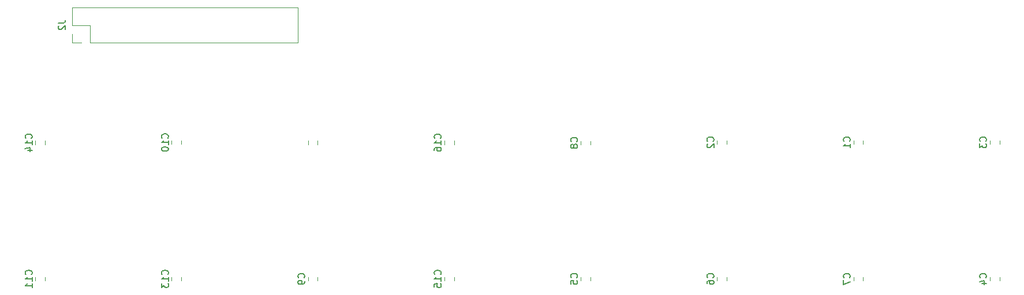
<source format=gbr>
G04 #@! TF.GenerationSoftware,KiCad,Pcbnew,(5.1.5)-3*
G04 #@! TF.CreationDate,2020-07-04T05:03:46+02:00*
G04 #@! TF.ProjectId,buttonboard,62757474-6f6e-4626-9f61-72642e6b6963,rev?*
G04 #@! TF.SameCoordinates,Original*
G04 #@! TF.FileFunction,Legend,Bot*
G04 #@! TF.FilePolarity,Positive*
%FSLAX46Y46*%
G04 Gerber Fmt 4.6, Leading zero omitted, Abs format (unit mm)*
G04 Created by KiCad (PCBNEW (5.1.5)-3) date 2020-07-04 05:03:46*
%MOMM*%
%LPD*%
G04 APERTURE LIST*
%ADD10C,0.120000*%
%ADD11C,0.150000*%
G04 APERTURE END LIST*
D10*
X88670000Y-179000000D02*
X88670000Y-180330000D01*
X88670000Y-180330000D02*
X90000000Y-180330000D01*
X88670000Y-177730000D02*
X91270000Y-177730000D01*
X91270000Y-177730000D02*
X91270000Y-180330000D01*
X91270000Y-180330000D02*
X121810000Y-180330000D01*
X121810000Y-175130000D02*
X121810000Y-180330000D01*
X88670000Y-175130000D02*
X121810000Y-175130000D01*
X88670000Y-175130000D02*
X88670000Y-177730000D01*
X144710000Y-194738748D02*
X144710000Y-195261252D01*
X143290000Y-194738748D02*
X143290000Y-195261252D01*
X144710000Y-214763748D02*
X144710000Y-215286252D01*
X143290000Y-214763748D02*
X143290000Y-215286252D01*
X84710000Y-194738748D02*
X84710000Y-195261252D01*
X83290000Y-194738748D02*
X83290000Y-195261252D01*
X104710000Y-214763748D02*
X104710000Y-215286252D01*
X103290000Y-214763748D02*
X103290000Y-215286252D01*
X124710000Y-194738748D02*
X124710000Y-195261252D01*
X123290000Y-194738748D02*
X123290000Y-195261252D01*
X84710000Y-214763748D02*
X84710000Y-215286252D01*
X83290000Y-214763748D02*
X83290000Y-215286252D01*
X104710000Y-194713748D02*
X104710000Y-195236252D01*
X103290000Y-194713748D02*
X103290000Y-195236252D01*
X124710000Y-214763748D02*
X124710000Y-215286252D01*
X123290000Y-214763748D02*
X123290000Y-215286252D01*
X164710000Y-194763748D02*
X164710000Y-195286252D01*
X163290000Y-194763748D02*
X163290000Y-195286252D01*
X204710000Y-214763748D02*
X204710000Y-215286252D01*
X203290000Y-214763748D02*
X203290000Y-215286252D01*
X184710000Y-214763748D02*
X184710000Y-215286252D01*
X183290000Y-214763748D02*
X183290000Y-215286252D01*
X164710000Y-214763748D02*
X164710000Y-215286252D01*
X163290000Y-214763748D02*
X163290000Y-215286252D01*
X224710000Y-214763748D02*
X224710000Y-215286252D01*
X223290000Y-214763748D02*
X223290000Y-215286252D01*
X224710000Y-194713748D02*
X224710000Y-195236252D01*
X223290000Y-194713748D02*
X223290000Y-195236252D01*
X184710000Y-194713748D02*
X184710000Y-195236252D01*
X183290000Y-194713748D02*
X183290000Y-195236252D01*
X204710000Y-194713748D02*
X204710000Y-195236252D01*
X203290000Y-194713748D02*
X203290000Y-195236252D01*
D11*
X86682380Y-177396666D02*
X87396666Y-177396666D01*
X87539523Y-177349047D01*
X87634761Y-177253809D01*
X87682380Y-177110952D01*
X87682380Y-177015714D01*
X86777619Y-177825238D02*
X86730000Y-177872857D01*
X86682380Y-177968095D01*
X86682380Y-178206190D01*
X86730000Y-178301428D01*
X86777619Y-178349047D01*
X86872857Y-178396666D01*
X86968095Y-178396666D01*
X87110952Y-178349047D01*
X87682380Y-177777619D01*
X87682380Y-178396666D01*
X142707142Y-194357142D02*
X142754761Y-194309523D01*
X142802380Y-194166666D01*
X142802380Y-194071428D01*
X142754761Y-193928571D01*
X142659523Y-193833333D01*
X142564285Y-193785714D01*
X142373809Y-193738095D01*
X142230952Y-193738095D01*
X142040476Y-193785714D01*
X141945238Y-193833333D01*
X141850000Y-193928571D01*
X141802380Y-194071428D01*
X141802380Y-194166666D01*
X141850000Y-194309523D01*
X141897619Y-194357142D01*
X142802380Y-195309523D02*
X142802380Y-194738095D01*
X142802380Y-195023809D02*
X141802380Y-195023809D01*
X141945238Y-194928571D01*
X142040476Y-194833333D01*
X142088095Y-194738095D01*
X141802380Y-196166666D02*
X141802380Y-195976190D01*
X141850000Y-195880952D01*
X141897619Y-195833333D01*
X142040476Y-195738095D01*
X142230952Y-195690476D01*
X142611904Y-195690476D01*
X142707142Y-195738095D01*
X142754761Y-195785714D01*
X142802380Y-195880952D01*
X142802380Y-196071428D01*
X142754761Y-196166666D01*
X142707142Y-196214285D01*
X142611904Y-196261904D01*
X142373809Y-196261904D01*
X142278571Y-196214285D01*
X142230952Y-196166666D01*
X142183333Y-196071428D01*
X142183333Y-195880952D01*
X142230952Y-195785714D01*
X142278571Y-195738095D01*
X142373809Y-195690476D01*
X142707142Y-214382142D02*
X142754761Y-214334523D01*
X142802380Y-214191666D01*
X142802380Y-214096428D01*
X142754761Y-213953571D01*
X142659523Y-213858333D01*
X142564285Y-213810714D01*
X142373809Y-213763095D01*
X142230952Y-213763095D01*
X142040476Y-213810714D01*
X141945238Y-213858333D01*
X141850000Y-213953571D01*
X141802380Y-214096428D01*
X141802380Y-214191666D01*
X141850000Y-214334523D01*
X141897619Y-214382142D01*
X142802380Y-215334523D02*
X142802380Y-214763095D01*
X142802380Y-215048809D02*
X141802380Y-215048809D01*
X141945238Y-214953571D01*
X142040476Y-214858333D01*
X142088095Y-214763095D01*
X141802380Y-216239285D02*
X141802380Y-215763095D01*
X142278571Y-215715476D01*
X142230952Y-215763095D01*
X142183333Y-215858333D01*
X142183333Y-216096428D01*
X142230952Y-216191666D01*
X142278571Y-216239285D01*
X142373809Y-216286904D01*
X142611904Y-216286904D01*
X142707142Y-216239285D01*
X142754761Y-216191666D01*
X142802380Y-216096428D01*
X142802380Y-215858333D01*
X142754761Y-215763095D01*
X142707142Y-215715476D01*
X82707142Y-194357142D02*
X82754761Y-194309523D01*
X82802380Y-194166666D01*
X82802380Y-194071428D01*
X82754761Y-193928571D01*
X82659523Y-193833333D01*
X82564285Y-193785714D01*
X82373809Y-193738095D01*
X82230952Y-193738095D01*
X82040476Y-193785714D01*
X81945238Y-193833333D01*
X81850000Y-193928571D01*
X81802380Y-194071428D01*
X81802380Y-194166666D01*
X81850000Y-194309523D01*
X81897619Y-194357142D01*
X82802380Y-195309523D02*
X82802380Y-194738095D01*
X82802380Y-195023809D02*
X81802380Y-195023809D01*
X81945238Y-194928571D01*
X82040476Y-194833333D01*
X82088095Y-194738095D01*
X82135714Y-196166666D02*
X82802380Y-196166666D01*
X81754761Y-195928571D02*
X82469047Y-195690476D01*
X82469047Y-196309523D01*
X102707142Y-214382142D02*
X102754761Y-214334523D01*
X102802380Y-214191666D01*
X102802380Y-214096428D01*
X102754761Y-213953571D01*
X102659523Y-213858333D01*
X102564285Y-213810714D01*
X102373809Y-213763095D01*
X102230952Y-213763095D01*
X102040476Y-213810714D01*
X101945238Y-213858333D01*
X101850000Y-213953571D01*
X101802380Y-214096428D01*
X101802380Y-214191666D01*
X101850000Y-214334523D01*
X101897619Y-214382142D01*
X102802380Y-215334523D02*
X102802380Y-214763095D01*
X102802380Y-215048809D02*
X101802380Y-215048809D01*
X101945238Y-214953571D01*
X102040476Y-214858333D01*
X102088095Y-214763095D01*
X101802380Y-215667857D02*
X101802380Y-216286904D01*
X102183333Y-215953571D01*
X102183333Y-216096428D01*
X102230952Y-216191666D01*
X102278571Y-216239285D01*
X102373809Y-216286904D01*
X102611904Y-216286904D01*
X102707142Y-216239285D01*
X102754761Y-216191666D01*
X102802380Y-216096428D01*
X102802380Y-215810714D01*
X102754761Y-215715476D01*
X102707142Y-215667857D01*
X82707142Y-214382142D02*
X82754761Y-214334523D01*
X82802380Y-214191666D01*
X82802380Y-214096428D01*
X82754761Y-213953571D01*
X82659523Y-213858333D01*
X82564285Y-213810714D01*
X82373809Y-213763095D01*
X82230952Y-213763095D01*
X82040476Y-213810714D01*
X81945238Y-213858333D01*
X81850000Y-213953571D01*
X81802380Y-214096428D01*
X81802380Y-214191666D01*
X81850000Y-214334523D01*
X81897619Y-214382142D01*
X82802380Y-215334523D02*
X82802380Y-214763095D01*
X82802380Y-215048809D02*
X81802380Y-215048809D01*
X81945238Y-214953571D01*
X82040476Y-214858333D01*
X82088095Y-214763095D01*
X82802380Y-216286904D02*
X82802380Y-215715476D01*
X82802380Y-216001190D02*
X81802380Y-216001190D01*
X81945238Y-215905952D01*
X82040476Y-215810714D01*
X82088095Y-215715476D01*
X102707142Y-194332142D02*
X102754761Y-194284523D01*
X102802380Y-194141666D01*
X102802380Y-194046428D01*
X102754761Y-193903571D01*
X102659523Y-193808333D01*
X102564285Y-193760714D01*
X102373809Y-193713095D01*
X102230952Y-193713095D01*
X102040476Y-193760714D01*
X101945238Y-193808333D01*
X101850000Y-193903571D01*
X101802380Y-194046428D01*
X101802380Y-194141666D01*
X101850000Y-194284523D01*
X101897619Y-194332142D01*
X102802380Y-195284523D02*
X102802380Y-194713095D01*
X102802380Y-194998809D02*
X101802380Y-194998809D01*
X101945238Y-194903571D01*
X102040476Y-194808333D01*
X102088095Y-194713095D01*
X101802380Y-195903571D02*
X101802380Y-195998809D01*
X101850000Y-196094047D01*
X101897619Y-196141666D01*
X101992857Y-196189285D01*
X102183333Y-196236904D01*
X102421428Y-196236904D01*
X102611904Y-196189285D01*
X102707142Y-196141666D01*
X102754761Y-196094047D01*
X102802380Y-195998809D01*
X102802380Y-195903571D01*
X102754761Y-195808333D01*
X102707142Y-195760714D01*
X102611904Y-195713095D01*
X102421428Y-195665476D01*
X102183333Y-195665476D01*
X101992857Y-195713095D01*
X101897619Y-195760714D01*
X101850000Y-195808333D01*
X101802380Y-195903571D01*
X122707142Y-214858333D02*
X122754761Y-214810714D01*
X122802380Y-214667857D01*
X122802380Y-214572619D01*
X122754761Y-214429761D01*
X122659523Y-214334523D01*
X122564285Y-214286904D01*
X122373809Y-214239285D01*
X122230952Y-214239285D01*
X122040476Y-214286904D01*
X121945238Y-214334523D01*
X121850000Y-214429761D01*
X121802380Y-214572619D01*
X121802380Y-214667857D01*
X121850000Y-214810714D01*
X121897619Y-214858333D01*
X122802380Y-215334523D02*
X122802380Y-215525000D01*
X122754761Y-215620238D01*
X122707142Y-215667857D01*
X122564285Y-215763095D01*
X122373809Y-215810714D01*
X121992857Y-215810714D01*
X121897619Y-215763095D01*
X121850000Y-215715476D01*
X121802380Y-215620238D01*
X121802380Y-215429761D01*
X121850000Y-215334523D01*
X121897619Y-215286904D01*
X121992857Y-215239285D01*
X122230952Y-215239285D01*
X122326190Y-215286904D01*
X122373809Y-215334523D01*
X122421428Y-215429761D01*
X122421428Y-215620238D01*
X122373809Y-215715476D01*
X122326190Y-215763095D01*
X122230952Y-215810714D01*
X162707142Y-194858333D02*
X162754761Y-194810714D01*
X162802380Y-194667857D01*
X162802380Y-194572619D01*
X162754761Y-194429761D01*
X162659523Y-194334523D01*
X162564285Y-194286904D01*
X162373809Y-194239285D01*
X162230952Y-194239285D01*
X162040476Y-194286904D01*
X161945238Y-194334523D01*
X161850000Y-194429761D01*
X161802380Y-194572619D01*
X161802380Y-194667857D01*
X161850000Y-194810714D01*
X161897619Y-194858333D01*
X162230952Y-195429761D02*
X162183333Y-195334523D01*
X162135714Y-195286904D01*
X162040476Y-195239285D01*
X161992857Y-195239285D01*
X161897619Y-195286904D01*
X161850000Y-195334523D01*
X161802380Y-195429761D01*
X161802380Y-195620238D01*
X161850000Y-195715476D01*
X161897619Y-195763095D01*
X161992857Y-195810714D01*
X162040476Y-195810714D01*
X162135714Y-195763095D01*
X162183333Y-195715476D01*
X162230952Y-195620238D01*
X162230952Y-195429761D01*
X162278571Y-195334523D01*
X162326190Y-195286904D01*
X162421428Y-195239285D01*
X162611904Y-195239285D01*
X162707142Y-195286904D01*
X162754761Y-195334523D01*
X162802380Y-195429761D01*
X162802380Y-195620238D01*
X162754761Y-195715476D01*
X162707142Y-195763095D01*
X162611904Y-195810714D01*
X162421428Y-195810714D01*
X162326190Y-195763095D01*
X162278571Y-195715476D01*
X162230952Y-195620238D01*
X202707142Y-214858333D02*
X202754761Y-214810714D01*
X202802380Y-214667857D01*
X202802380Y-214572619D01*
X202754761Y-214429761D01*
X202659523Y-214334523D01*
X202564285Y-214286904D01*
X202373809Y-214239285D01*
X202230952Y-214239285D01*
X202040476Y-214286904D01*
X201945238Y-214334523D01*
X201850000Y-214429761D01*
X201802380Y-214572619D01*
X201802380Y-214667857D01*
X201850000Y-214810714D01*
X201897619Y-214858333D01*
X201802380Y-215191666D02*
X201802380Y-215858333D01*
X202802380Y-215429761D01*
X182707142Y-214858333D02*
X182754761Y-214810714D01*
X182802380Y-214667857D01*
X182802380Y-214572619D01*
X182754761Y-214429761D01*
X182659523Y-214334523D01*
X182564285Y-214286904D01*
X182373809Y-214239285D01*
X182230952Y-214239285D01*
X182040476Y-214286904D01*
X181945238Y-214334523D01*
X181850000Y-214429761D01*
X181802380Y-214572619D01*
X181802380Y-214667857D01*
X181850000Y-214810714D01*
X181897619Y-214858333D01*
X181802380Y-215715476D02*
X181802380Y-215525000D01*
X181850000Y-215429761D01*
X181897619Y-215382142D01*
X182040476Y-215286904D01*
X182230952Y-215239285D01*
X182611904Y-215239285D01*
X182707142Y-215286904D01*
X182754761Y-215334523D01*
X182802380Y-215429761D01*
X182802380Y-215620238D01*
X182754761Y-215715476D01*
X182707142Y-215763095D01*
X182611904Y-215810714D01*
X182373809Y-215810714D01*
X182278571Y-215763095D01*
X182230952Y-215715476D01*
X182183333Y-215620238D01*
X182183333Y-215429761D01*
X182230952Y-215334523D01*
X182278571Y-215286904D01*
X182373809Y-215239285D01*
X162707142Y-214858333D02*
X162754761Y-214810714D01*
X162802380Y-214667857D01*
X162802380Y-214572619D01*
X162754761Y-214429761D01*
X162659523Y-214334523D01*
X162564285Y-214286904D01*
X162373809Y-214239285D01*
X162230952Y-214239285D01*
X162040476Y-214286904D01*
X161945238Y-214334523D01*
X161850000Y-214429761D01*
X161802380Y-214572619D01*
X161802380Y-214667857D01*
X161850000Y-214810714D01*
X161897619Y-214858333D01*
X161802380Y-215763095D02*
X161802380Y-215286904D01*
X162278571Y-215239285D01*
X162230952Y-215286904D01*
X162183333Y-215382142D01*
X162183333Y-215620238D01*
X162230952Y-215715476D01*
X162278571Y-215763095D01*
X162373809Y-215810714D01*
X162611904Y-215810714D01*
X162707142Y-215763095D01*
X162754761Y-215715476D01*
X162802380Y-215620238D01*
X162802380Y-215382142D01*
X162754761Y-215286904D01*
X162707142Y-215239285D01*
X222707142Y-214858333D02*
X222754761Y-214810714D01*
X222802380Y-214667857D01*
X222802380Y-214572619D01*
X222754761Y-214429761D01*
X222659523Y-214334523D01*
X222564285Y-214286904D01*
X222373809Y-214239285D01*
X222230952Y-214239285D01*
X222040476Y-214286904D01*
X221945238Y-214334523D01*
X221850000Y-214429761D01*
X221802380Y-214572619D01*
X221802380Y-214667857D01*
X221850000Y-214810714D01*
X221897619Y-214858333D01*
X222135714Y-215715476D02*
X222802380Y-215715476D01*
X221754761Y-215477380D02*
X222469047Y-215239285D01*
X222469047Y-215858333D01*
X222707142Y-194808333D02*
X222754761Y-194760714D01*
X222802380Y-194617857D01*
X222802380Y-194522619D01*
X222754761Y-194379761D01*
X222659523Y-194284523D01*
X222564285Y-194236904D01*
X222373809Y-194189285D01*
X222230952Y-194189285D01*
X222040476Y-194236904D01*
X221945238Y-194284523D01*
X221850000Y-194379761D01*
X221802380Y-194522619D01*
X221802380Y-194617857D01*
X221850000Y-194760714D01*
X221897619Y-194808333D01*
X221802380Y-195141666D02*
X221802380Y-195760714D01*
X222183333Y-195427380D01*
X222183333Y-195570238D01*
X222230952Y-195665476D01*
X222278571Y-195713095D01*
X222373809Y-195760714D01*
X222611904Y-195760714D01*
X222707142Y-195713095D01*
X222754761Y-195665476D01*
X222802380Y-195570238D01*
X222802380Y-195284523D01*
X222754761Y-195189285D01*
X222707142Y-195141666D01*
X182707142Y-194808333D02*
X182754761Y-194760714D01*
X182802380Y-194617857D01*
X182802380Y-194522619D01*
X182754761Y-194379761D01*
X182659523Y-194284523D01*
X182564285Y-194236904D01*
X182373809Y-194189285D01*
X182230952Y-194189285D01*
X182040476Y-194236904D01*
X181945238Y-194284523D01*
X181850000Y-194379761D01*
X181802380Y-194522619D01*
X181802380Y-194617857D01*
X181850000Y-194760714D01*
X181897619Y-194808333D01*
X181897619Y-195189285D02*
X181850000Y-195236904D01*
X181802380Y-195332142D01*
X181802380Y-195570238D01*
X181850000Y-195665476D01*
X181897619Y-195713095D01*
X181992857Y-195760714D01*
X182088095Y-195760714D01*
X182230952Y-195713095D01*
X182802380Y-195141666D01*
X182802380Y-195760714D01*
X202707142Y-194808333D02*
X202754761Y-194760714D01*
X202802380Y-194617857D01*
X202802380Y-194522619D01*
X202754761Y-194379761D01*
X202659523Y-194284523D01*
X202564285Y-194236904D01*
X202373809Y-194189285D01*
X202230952Y-194189285D01*
X202040476Y-194236904D01*
X201945238Y-194284523D01*
X201850000Y-194379761D01*
X201802380Y-194522619D01*
X201802380Y-194617857D01*
X201850000Y-194760714D01*
X201897619Y-194808333D01*
X202802380Y-195760714D02*
X202802380Y-195189285D01*
X202802380Y-195475000D02*
X201802380Y-195475000D01*
X201945238Y-195379761D01*
X202040476Y-195284523D01*
X202088095Y-195189285D01*
M02*

</source>
